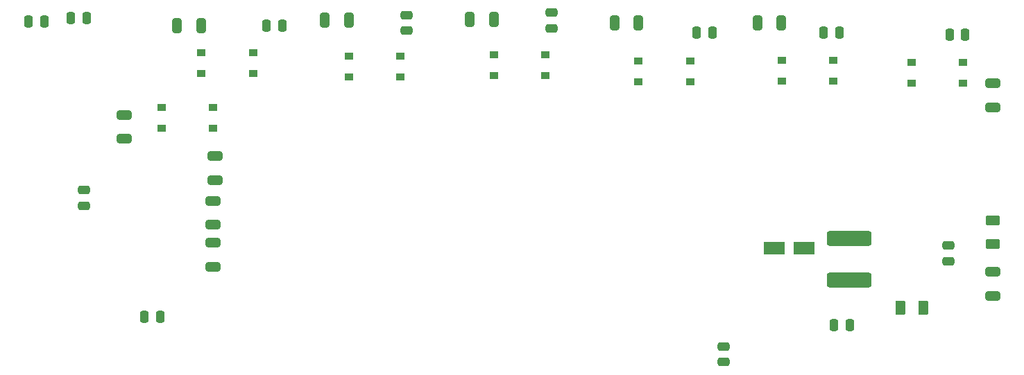
<source format=gbr>
%TF.GenerationSoftware,KiCad,Pcbnew,8.0.4*%
%TF.CreationDate,2024-10-31T19:43:42-04:00*%
%TF.ProjectId,Skibid-i,536b6962-6964-42d6-992e-6b696361645f,rev?*%
%TF.SameCoordinates,Original*%
%TF.FileFunction,Paste,Top*%
%TF.FilePolarity,Positive*%
%FSLAX46Y46*%
G04 Gerber Fmt 4.6, Leading zero omitted, Abs format (unit mm)*
G04 Created by KiCad (PCBNEW 8.0.4) date 2024-10-31 19:43:42*
%MOMM*%
%LPD*%
G01*
G04 APERTURE LIST*
G04 Aperture macros list*
%AMRoundRect*
0 Rectangle with rounded corners*
0 $1 Rounding radius*
0 $2 $3 $4 $5 $6 $7 $8 $9 X,Y pos of 4 corners*
0 Add a 4 corners polygon primitive as box body*
4,1,4,$2,$3,$4,$5,$6,$7,$8,$9,$2,$3,0*
0 Add four circle primitives for the rounded corners*
1,1,$1+$1,$2,$3*
1,1,$1+$1,$4,$5*
1,1,$1+$1,$6,$7*
1,1,$1+$1,$8,$9*
0 Add four rect primitives between the rounded corners*
20,1,$1+$1,$2,$3,$4,$5,0*
20,1,$1+$1,$4,$5,$6,$7,0*
20,1,$1+$1,$6,$7,$8,$9,0*
20,1,$1+$1,$8,$9,$2,$3,0*%
G04 Aperture macros list end*
%ADD10R,1.100000X0.900000*%
%ADD11RoundRect,0.250000X-0.325000X-0.650000X0.325000X-0.650000X0.325000X0.650000X-0.325000X0.650000X0*%
%ADD12RoundRect,0.250000X0.650000X-0.325000X0.650000X0.325000X-0.650000X0.325000X-0.650000X-0.325000X0*%
%ADD13RoundRect,0.250000X-0.475000X0.250000X-0.475000X-0.250000X0.475000X-0.250000X0.475000X0.250000X0*%
%ADD14RoundRect,0.250000X-0.650000X0.325000X-0.650000X-0.325000X0.650000X-0.325000X0.650000X0.325000X0*%
%ADD15RoundRect,0.250000X-0.625000X0.375000X-0.625000X-0.375000X0.625000X-0.375000X0.625000X0.375000X0*%
%ADD16RoundRect,0.250000X-0.250000X-0.475000X0.250000X-0.475000X0.250000X0.475000X-0.250000X0.475000X0*%
%ADD17R,2.600000X1.600000*%
%ADD18RoundRect,0.250000X0.250000X0.475000X-0.250000X0.475000X-0.250000X-0.475000X0.250000X-0.475000X0*%
%ADD19RoundRect,0.250000X-2.450000X0.650000X-2.450000X-0.650000X2.450000X-0.650000X2.450000X0.650000X0*%
%ADD20RoundRect,0.250000X-0.375000X-0.625000X0.375000X-0.625000X0.375000X0.625000X-0.375000X0.625000X0*%
G04 APERTURE END LIST*
D10*
%TO.C,Q2*%
X240454899Y-48680000D03*
X240454899Y-51220000D03*
X246754899Y-51220000D03*
X246754899Y-48680000D03*
%TD*%
D11*
%TO.C,R2*%
X237500000Y-44150000D03*
X240450000Y-44150000D03*
%TD*%
D10*
%TO.C,Q4*%
X205354899Y-48030000D03*
X205354899Y-50570000D03*
X211654899Y-50570000D03*
X211654899Y-48030000D03*
%TD*%
D12*
%TO.C,R1*%
X266200000Y-54450000D03*
X266200000Y-51500000D03*
%TD*%
D13*
%TO.C,C13*%
X233350000Y-83650000D03*
X233350000Y-85550000D03*
%TD*%
D10*
%TO.C,Q6*%
X169650000Y-47730000D03*
X169650000Y-50270000D03*
X175950000Y-50270000D03*
X175950000Y-47730000D03*
%TD*%
D14*
%TO.C,R8*%
X266200000Y-74500000D03*
X266200000Y-77450000D03*
%TD*%
D13*
%TO.C,C8*%
X194704899Y-43200000D03*
X194704899Y-45100000D03*
%TD*%
D15*
%TO.C,D1*%
X266200000Y-68300000D03*
X266200000Y-71100000D03*
%TD*%
D10*
%TO.C,Q1*%
X262600000Y-51470000D03*
X262600000Y-48930000D03*
X256300000Y-48930000D03*
X256300000Y-51470000D03*
%TD*%
D16*
%TO.C,C9*%
X153750000Y-43545100D03*
X155650000Y-43545100D03*
%TD*%
%TO.C,C3*%
X177600000Y-44450000D03*
X179500000Y-44450000D03*
%TD*%
%TO.C,C7*%
X230100000Y-45350000D03*
X232000000Y-45350000D03*
%TD*%
D10*
%TO.C,Q5*%
X164800000Y-54460000D03*
X164800000Y-57000000D03*
X171100000Y-57000000D03*
X171100000Y-54460000D03*
%TD*%
D16*
%TO.C,C11*%
X148550000Y-43950000D03*
X150450000Y-43950000D03*
%TD*%
%TO.C,C15*%
X162700000Y-80050000D03*
X164600000Y-80050000D03*
%TD*%
D17*
%TO.C,C1*%
X239600000Y-71650000D03*
X243200000Y-71650000D03*
%TD*%
D18*
%TO.C,C5*%
X247500000Y-45350000D03*
X245600000Y-45350000D03*
%TD*%
D16*
%TO.C,C12*%
X246850000Y-81050000D03*
X248750000Y-81050000D03*
%TD*%
D14*
%TO.C,R11*%
X171100000Y-65850000D03*
X171100000Y-68800000D03*
%TD*%
D11*
%TO.C,R4*%
X202404899Y-43700000D03*
X205354899Y-43700000D03*
%TD*%
D14*
%TO.C,R9*%
X171300000Y-60425000D03*
X171300000Y-63375000D03*
%TD*%
D11*
%TO.C,R5*%
X184704899Y-43800000D03*
X187654899Y-43800000D03*
%TD*%
D10*
%TO.C,Q3*%
X223004899Y-48800000D03*
X223004899Y-51340000D03*
X229304899Y-51340000D03*
X229304899Y-48800000D03*
%TD*%
D13*
%TO.C,C14*%
X155350000Y-64550000D03*
X155350000Y-66450000D03*
%TD*%
%TO.C,C6*%
X212404899Y-42900000D03*
X212404899Y-44800000D03*
%TD*%
%TO.C,C4*%
X260850000Y-71350000D03*
X260850000Y-73250000D03*
%TD*%
D18*
%TO.C,C10*%
X262850000Y-45550000D03*
X260950000Y-45550000D03*
%TD*%
D19*
%TO.C,C2*%
X248700000Y-70450000D03*
X248700000Y-75550000D03*
%TD*%
D14*
%TO.C,R10*%
X171100000Y-71000000D03*
X171100000Y-73950000D03*
%TD*%
D12*
%TO.C,R7*%
X160250000Y-58300000D03*
X160250000Y-55350000D03*
%TD*%
D11*
%TO.C,R3*%
X220054899Y-44100000D03*
X223004899Y-44100000D03*
%TD*%
%TO.C,R6*%
X166650000Y-44450000D03*
X169600000Y-44450000D03*
%TD*%
D10*
%TO.C,Q7*%
X187654899Y-48230000D03*
X187654899Y-50770000D03*
X193954899Y-50770000D03*
X193954899Y-48230000D03*
%TD*%
D20*
%TO.C,F1*%
X254950000Y-78950000D03*
X257750000Y-78950000D03*
%TD*%
M02*

</source>
